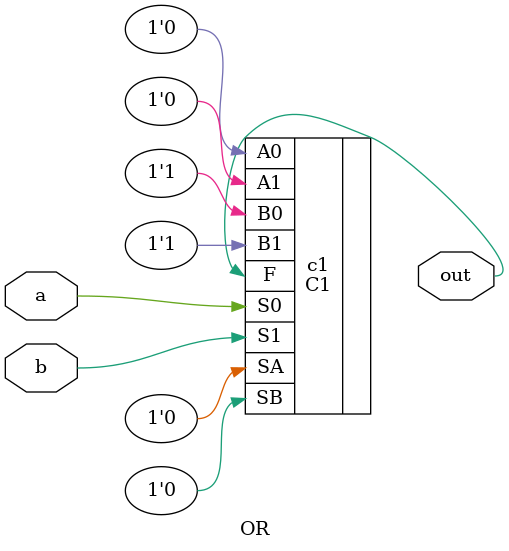
<source format=v>
module OR (a, b, out);
    input a, b;
    output out;
    C1 c1(.A0(1'b0), .A1(1'b0), .B0(1'b1), .B1(1'b1), .SA(1'b0), .SB(1'b0), .S0(a), .S1(b), .F(out));

endmodule
</source>
